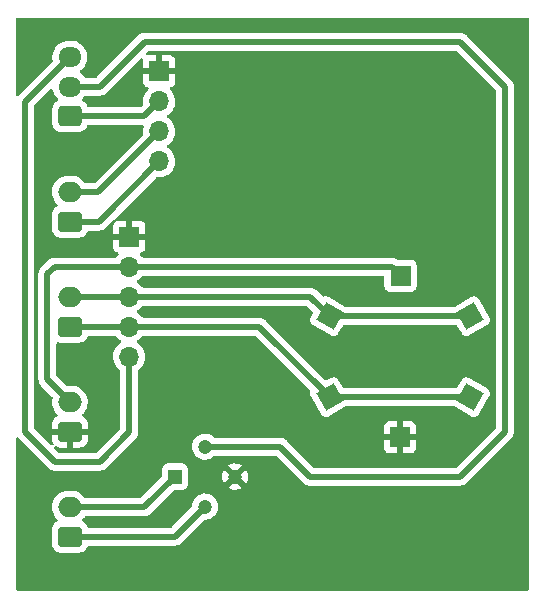
<source format=gbr>
%TF.GenerationSoftware,KiCad,Pcbnew,(6.0.6)*%
%TF.CreationDate,2023-03-15T14:04:20+01:00*%
%TF.ProjectId,Shield_D_port_,53686965-6c64-45f4-94e9-706f7274e92e,rev?*%
%TF.SameCoordinates,Original*%
%TF.FileFunction,Copper,L2,Bot*%
%TF.FilePolarity,Positive*%
%FSLAX46Y46*%
G04 Gerber Fmt 4.6, Leading zero omitted, Abs format (unit mm)*
G04 Created by KiCad (PCBNEW (6.0.6)) date 2023-03-15 14:04:20*
%MOMM*%
%LPD*%
G01*
G04 APERTURE LIST*
G04 Aperture macros list*
%AMRoundRect*
0 Rectangle with rounded corners*
0 $1 Rounding radius*
0 $2 $3 $4 $5 $6 $7 $8 $9 X,Y pos of 4 corners*
0 Add a 4 corners polygon primitive as box body*
4,1,4,$2,$3,$4,$5,$6,$7,$8,$9,$2,$3,0*
0 Add four circle primitives for the rounded corners*
1,1,$1+$1,$2,$3*
1,1,$1+$1,$4,$5*
1,1,$1+$1,$6,$7*
1,1,$1+$1,$8,$9*
0 Add four rect primitives between the rounded corners*
20,1,$1+$1,$2,$3,$4,$5,0*
20,1,$1+$1,$4,$5,$6,$7,0*
20,1,$1+$1,$6,$7,$8,$9,0*
20,1,$1+$1,$8,$9,$2,$3,0*%
%AMRotRect*
0 Rectangle, with rotation*
0 The origin of the aperture is its center*
0 $1 length*
0 $2 width*
0 $3 Rotation angle, in degrees counterclockwise*
0 Add horizontal line*
21,1,$1,$2,0,0,$3*%
G04 Aperture macros list end*
%TA.AperFunction,ComponentPad*%
%ADD10R,1.700000X1.700000*%
%TD*%
%TA.AperFunction,ComponentPad*%
%ADD11RotRect,1.700000X1.700000X60.000000*%
%TD*%
%TA.AperFunction,ComponentPad*%
%ADD12RotRect,1.700000X1.700000X30.000000*%
%TD*%
%TA.AperFunction,ComponentPad*%
%ADD13O,1.950000X1.700000*%
%TD*%
%TA.AperFunction,ComponentPad*%
%ADD14RoundRect,0.250000X0.725000X-0.600000X0.725000X0.600000X-0.725000X0.600000X-0.725000X-0.600000X0*%
%TD*%
%TA.AperFunction,ComponentPad*%
%ADD15O,1.700000X1.700000*%
%TD*%
%TA.AperFunction,ComponentPad*%
%ADD16R,1.198000X1.198000*%
%TD*%
%TA.AperFunction,ComponentPad*%
%ADD17C,1.198000*%
%TD*%
%TA.AperFunction,ComponentPad*%
%ADD18RoundRect,0.250000X0.750000X-0.600000X0.750000X0.600000X-0.750000X0.600000X-0.750000X-0.600000X0*%
%TD*%
%TA.AperFunction,ComponentPad*%
%ADD19O,2.000000X1.700000*%
%TD*%
%TA.AperFunction,Conductor*%
%ADD20C,0.500000*%
%TD*%
G04 APERTURE END LIST*
D10*
%TO.P,U3,1,VDD*%
%TO.N,+5V*%
X130810000Y-116052600D03*
%TO.P,U3,2,GND*%
%TO.N,GND*%
X130860800Y-102362000D03*
D11*
%TO.P,U3,3,SDA*%
%TO.N,I2C1_SDA*%
X136753600Y-112649000D03*
D12*
X124866400Y-112649000D03*
D11*
%TO.P,U3,4,SCL*%
%TO.N,I2C1_SCL*%
X124866400Y-105791000D03*
D12*
X136753600Y-105791000D03*
%TD*%
D13*
%TO.P,J3,3,Pin_3*%
%TO.N,Ack_UV*%
X102870000Y-83860000D03*
%TO.P,J3,2,Pin_2*%
%TO.N,GND_Sky_Temperature*%
X102870000Y-86360000D03*
D14*
%TO.P,J3,1,Pin_1*%
%TO.N,GND_Pluviom\u00E8tre*%
X102870000Y-88860000D03*
%TD*%
D10*
%TO.P,U2,1,VCC*%
%TO.N,+5V*%
X107890000Y-99060000D03*
D15*
%TO.P,U2,2,GND*%
%TO.N,GND*%
X107890000Y-101600000D03*
%TO.P,U2,3,SCL*%
%TO.N,I2C1_SCL*%
X107890000Y-104140000D03*
%TO.P,U2,4,SDA*%
%TO.N,I2C1_SDA*%
X107890000Y-106680000D03*
%TO.P,U2,5,ACK*%
%TO.N,Ack_UV*%
X107890000Y-109220000D03*
%TD*%
D10*
%TO.P,U1,1,VCC*%
%TO.N,+5V*%
X110430000Y-85060000D03*
D15*
%TO.P,U1,2,GND*%
%TO.N,GND_Pluviom\u00E8tre*%
X110430000Y-87600000D03*
%TO.P,U1,3,D0*%
%TO.N,Pluviom\u00E8tre_Trigger*%
X110430000Y-90140000D03*
%TO.P,U1,4,A0*%
%TO.N,Pluviom\u00E8tre_Mesure*%
X110430000Y-92680000D03*
%TD*%
D16*
%TO.P,M1,1,SCL/VZ*%
%TO.N,I2C2_SCL*%
X111760000Y-119380000D03*
D17*
%TO.P,M1,3,VDD*%
%TO.N,+5V*%
X116840000Y-119380000D03*
%TO.P,M1,4,VSS*%
%TO.N,GND_Sky_Temperature*%
X114300000Y-116840000D03*
%TO.P,M1,2,SDA/PWM*%
%TO.N,I2C2_SDA*%
X114300000Y-121920000D03*
%TD*%
D18*
%TO.P,J5,1,Pin_1*%
%TO.N,I2C2_SDA*%
X102870000Y-124460000D03*
D19*
%TO.P,J5,2,Pin_2*%
%TO.N,I2C2_SCL*%
X102870000Y-121960000D03*
%TD*%
D18*
%TO.P,J4,1,Pin_1*%
%TO.N,I2C1_SDA*%
X102870000Y-106680000D03*
D19*
%TO.P,J4,2,Pin_2*%
%TO.N,I2C1_SCL*%
X102870000Y-104180000D03*
%TD*%
D18*
%TO.P,J2,1,Pin_1*%
%TO.N,+5V*%
X102870000Y-115570000D03*
D19*
%TO.P,J2,2,Pin_2*%
%TO.N,GND*%
X102870000Y-113070000D03*
%TD*%
D18*
%TO.P,J1,1,Pin_1*%
%TO.N,Pluviom\u00E8tre_Mesure*%
X102870000Y-97790000D03*
D19*
%TO.P,J1,2,Pin_2*%
%TO.N,Pluviom\u00E8tre_Trigger*%
X102870000Y-95290000D03*
%TD*%
D20*
%TO.N,Ack_UV*%
X105410000Y-118110000D02*
X107890000Y-115630000D01*
X101600000Y-118110000D02*
X105410000Y-118110000D01*
X99060000Y-87670000D02*
X99060000Y-115570000D01*
X102870000Y-83860000D02*
X99060000Y-87670000D01*
X99060000Y-115570000D02*
X101600000Y-118110000D01*
X107890000Y-115630000D02*
X107890000Y-109220000D01*
%TO.N,GND*%
X101600000Y-101600000D02*
X107890000Y-101600000D01*
X100965000Y-111125000D02*
X100965000Y-102235000D01*
X102870000Y-113030000D02*
X100965000Y-111125000D01*
X102870000Y-113070000D02*
X102870000Y-113030000D01*
X100965000Y-102235000D02*
X101600000Y-101600000D01*
%TO.N,GND_Sky_Temperature*%
X120650000Y-116840000D02*
X114300000Y-116840000D01*
X123190000Y-119380000D02*
X120650000Y-116840000D01*
X135890000Y-119380000D02*
X123190000Y-119380000D01*
X139700000Y-115570000D02*
X135890000Y-119380000D01*
X139700000Y-86360000D02*
X139700000Y-115570000D01*
X135890000Y-82550000D02*
X139700000Y-86360000D01*
X109220000Y-82550000D02*
X135890000Y-82550000D01*
X105410000Y-86360000D02*
X109220000Y-82550000D01*
X102870000Y-86360000D02*
X105410000Y-86360000D01*
%TO.N,I2C1_SDA*%
X124866400Y-112649000D02*
X136753600Y-112649000D01*
X118897400Y-106680000D02*
X124866400Y-112649000D01*
X107890000Y-106680000D02*
X118897400Y-106680000D01*
%TO.N,I2C1_SCL*%
X124866400Y-105791000D02*
X136753600Y-105791000D01*
X123215400Y-104140000D02*
X124866400Y-105791000D01*
X107890000Y-104140000D02*
X123215400Y-104140000D01*
%TO.N,GND*%
X130098800Y-101600000D02*
X130860800Y-102362000D01*
X107890000Y-101600000D02*
X130098800Y-101600000D01*
%TO.N,I2C2_SDA*%
X111760000Y-124460000D02*
X114300000Y-121920000D01*
X102870000Y-124460000D02*
X111760000Y-124460000D01*
%TO.N,I2C2_SCL*%
X109180000Y-121960000D02*
X111760000Y-119380000D01*
X102870000Y-121960000D02*
X109180000Y-121960000D01*
%TO.N,I2C1_SDA*%
X102870000Y-106680000D02*
X107890000Y-106680000D01*
%TO.N,I2C1_SCL*%
X107850000Y-104180000D02*
X107890000Y-104140000D01*
X102870000Y-104180000D02*
X107850000Y-104180000D01*
%TO.N,Pluviom\u00E8tre_Mesure*%
X102870000Y-97790000D02*
X105320000Y-97790000D01*
X105320000Y-97790000D02*
X110430000Y-92680000D01*
%TO.N,Pluviom\u00E8tre_Trigger*%
X105280000Y-95290000D02*
X110430000Y-90140000D01*
X102870000Y-95290000D02*
X105280000Y-95290000D01*
%TO.N,GND_Pluviom\u00E8tre*%
X109170000Y-88860000D02*
X110430000Y-87600000D01*
X102870000Y-88860000D02*
X109170000Y-88860000D01*
%TD*%
%TA.AperFunction,Conductor*%
%TO.N,+5V*%
G36*
X141673621Y-80538502D02*
G01*
X141720114Y-80592158D01*
X141731500Y-80644500D01*
X141731500Y-128905500D01*
X141711498Y-128973621D01*
X141657842Y-129020114D01*
X141605500Y-129031500D01*
X98424500Y-129031500D01*
X98356379Y-129011498D01*
X98309886Y-128957842D01*
X98298500Y-128905500D01*
X98298500Y-121895774D01*
X101358102Y-121895774D01*
X101358302Y-121901103D01*
X101358302Y-121901105D01*
X101361197Y-121978210D01*
X101366751Y-122126158D01*
X101414093Y-122351791D01*
X101416051Y-122356750D01*
X101416052Y-122356752D01*
X101488636Y-122540544D01*
X101498776Y-122566221D01*
X101501543Y-122570780D01*
X101501544Y-122570783D01*
X101552255Y-122654351D01*
X101618377Y-122763317D01*
X101621874Y-122767347D01*
X101765852Y-122933267D01*
X101769477Y-122937445D01*
X101805120Y-122966670D01*
X101845114Y-123025329D01*
X101847046Y-123096299D01*
X101810302Y-123157048D01*
X101791532Y-123171248D01*
X101660579Y-123252285D01*
X101645652Y-123261522D01*
X101520695Y-123386697D01*
X101427885Y-123537262D01*
X101372203Y-123705139D01*
X101361500Y-123809600D01*
X101361500Y-125110400D01*
X101361837Y-125113646D01*
X101361837Y-125113650D01*
X101371288Y-125204733D01*
X101372474Y-125216166D01*
X101428450Y-125383946D01*
X101521522Y-125534348D01*
X101646697Y-125659305D01*
X101652927Y-125663145D01*
X101652928Y-125663146D01*
X101790090Y-125747694D01*
X101797262Y-125752115D01*
X101877005Y-125778564D01*
X101958611Y-125805632D01*
X101958613Y-125805632D01*
X101965139Y-125807797D01*
X101971975Y-125808497D01*
X101971978Y-125808498D01*
X102015031Y-125812909D01*
X102069600Y-125818500D01*
X103670400Y-125818500D01*
X103673646Y-125818163D01*
X103673650Y-125818163D01*
X103769308Y-125808238D01*
X103769312Y-125808237D01*
X103776166Y-125807526D01*
X103782702Y-125805345D01*
X103782704Y-125805345D01*
X103914806Y-125761272D01*
X103943946Y-125751550D01*
X104094348Y-125658478D01*
X104219305Y-125533303D01*
X104312115Y-125382738D01*
X104337955Y-125304833D01*
X104378386Y-125246473D01*
X104443950Y-125219236D01*
X104457548Y-125218500D01*
X111692930Y-125218500D01*
X111711880Y-125219933D01*
X111726115Y-125222099D01*
X111726119Y-125222099D01*
X111733349Y-125223199D01*
X111740641Y-125222606D01*
X111740644Y-125222606D01*
X111786018Y-125218915D01*
X111796233Y-125218500D01*
X111804293Y-125218500D01*
X111817583Y-125216951D01*
X111832507Y-125215211D01*
X111836882Y-125214778D01*
X111902339Y-125209454D01*
X111902342Y-125209453D01*
X111909637Y-125208860D01*
X111916601Y-125206604D01*
X111922560Y-125205413D01*
X111928415Y-125204029D01*
X111935681Y-125203182D01*
X112004327Y-125178265D01*
X112008455Y-125176848D01*
X112070936Y-125156607D01*
X112070938Y-125156606D01*
X112077899Y-125154351D01*
X112084154Y-125150555D01*
X112089628Y-125148049D01*
X112095058Y-125145330D01*
X112101937Y-125142833D01*
X112162976Y-125102814D01*
X112166680Y-125100477D01*
X112229107Y-125062595D01*
X112237484Y-125055197D01*
X112237508Y-125055224D01*
X112240500Y-125052571D01*
X112243733Y-125049868D01*
X112249852Y-125045856D01*
X112303128Y-124989617D01*
X112305506Y-124987175D01*
X114226627Y-123066054D01*
X114288939Y-123032028D01*
X114320669Y-123029246D01*
X114328334Y-123029547D01*
X114358210Y-123030721D01*
X114476476Y-123013573D01*
X114553926Y-123002344D01*
X114553930Y-123002343D01*
X114559648Y-123001514D01*
X114565120Y-122999656D01*
X114565122Y-122999656D01*
X114746927Y-122937941D01*
X114746929Y-122937940D01*
X114752391Y-122936086D01*
X114929983Y-122836630D01*
X115086476Y-122706476D01*
X115203125Y-122566221D01*
X115212939Y-122554421D01*
X115216630Y-122549983D01*
X115316086Y-122372391D01*
X115324851Y-122346572D01*
X115379656Y-122185122D01*
X115379656Y-122185120D01*
X115381514Y-122179648D01*
X115410721Y-121978210D01*
X115412245Y-121920000D01*
X115393620Y-121717309D01*
X115379496Y-121667227D01*
X115339939Y-121526971D01*
X115338370Y-121521407D01*
X115248345Y-121338854D01*
X115226567Y-121309689D01*
X115130012Y-121180387D01*
X115130011Y-121180386D01*
X115126559Y-121175763D01*
X114977092Y-121037597D01*
X114804949Y-120928982D01*
X114615895Y-120853558D01*
X114416261Y-120813848D01*
X114410486Y-120813772D01*
X114410482Y-120813772D01*
X114308924Y-120812443D01*
X114212734Y-120811184D01*
X114207037Y-120812163D01*
X114207036Y-120812163D01*
X114046431Y-120839760D01*
X114012130Y-120845654D01*
X113821166Y-120916104D01*
X113646239Y-121020175D01*
X113493206Y-121154381D01*
X113367193Y-121314228D01*
X113364502Y-121319344D01*
X113364500Y-121319346D01*
X113351511Y-121344035D01*
X113272420Y-121494362D01*
X113212060Y-121688751D01*
X113188136Y-121890885D01*
X113188514Y-121896647D01*
X113188604Y-121898021D01*
X113188461Y-121898658D01*
X113188363Y-121902421D01*
X113187624Y-121902402D01*
X113173097Y-121967303D01*
X113151968Y-121995351D01*
X111482724Y-123664595D01*
X111420412Y-123698621D01*
X111393629Y-123701500D01*
X104457538Y-123701500D01*
X104389417Y-123681498D01*
X104342924Y-123627842D01*
X104338014Y-123615376D01*
X104313868Y-123543002D01*
X104311550Y-123536054D01*
X104218478Y-123385652D01*
X104093303Y-123260695D01*
X103947660Y-123170919D01*
X103900168Y-123118148D01*
X103888744Y-123048076D01*
X103917018Y-122982952D01*
X103926805Y-122972490D01*
X104037278Y-122867103D01*
X104041135Y-122863424D01*
X104111176Y-122769287D01*
X104167885Y-122726574D01*
X104212264Y-122718500D01*
X109112930Y-122718500D01*
X109131880Y-122719933D01*
X109146115Y-122722099D01*
X109146119Y-122722099D01*
X109153349Y-122723199D01*
X109160641Y-122722606D01*
X109160644Y-122722606D01*
X109206018Y-122718915D01*
X109216233Y-122718500D01*
X109224293Y-122718500D01*
X109237583Y-122716951D01*
X109252507Y-122715211D01*
X109256882Y-122714778D01*
X109322339Y-122709454D01*
X109322342Y-122709453D01*
X109329637Y-122708860D01*
X109336601Y-122706604D01*
X109342560Y-122705413D01*
X109348415Y-122704029D01*
X109355681Y-122703182D01*
X109424327Y-122678265D01*
X109428455Y-122676848D01*
X109490936Y-122656607D01*
X109490938Y-122656606D01*
X109497899Y-122654351D01*
X109504154Y-122650555D01*
X109509628Y-122648049D01*
X109515058Y-122645330D01*
X109521937Y-122642833D01*
X109582976Y-122602814D01*
X109586680Y-122600477D01*
X109649107Y-122562595D01*
X109657484Y-122555197D01*
X109657508Y-122555224D01*
X109660500Y-122552571D01*
X109663733Y-122549868D01*
X109669852Y-122545856D01*
X109723128Y-122489617D01*
X109725506Y-122487175D01*
X111688276Y-120524405D01*
X111750588Y-120490379D01*
X111777371Y-120487500D01*
X112407134Y-120487500D01*
X112469316Y-120480745D01*
X112605705Y-120429615D01*
X112722261Y-120342261D01*
X112738515Y-120320573D01*
X116263787Y-120320573D01*
X116273669Y-120333062D01*
X116304722Y-120353810D01*
X116314830Y-120359298D01*
X116491150Y-120435051D01*
X116502083Y-120438603D01*
X116689254Y-120480956D01*
X116700662Y-120482458D01*
X116892415Y-120489991D01*
X116903899Y-120489389D01*
X117093817Y-120461853D01*
X117105000Y-120459168D01*
X117286718Y-120397483D01*
X117297221Y-120392807D01*
X117407297Y-120331162D01*
X117417160Y-120321087D01*
X117414204Y-120313415D01*
X116852811Y-119752021D01*
X116838868Y-119744408D01*
X116837034Y-119744539D01*
X116830420Y-119748790D01*
X116269980Y-120309231D01*
X116263787Y-120320573D01*
X112738515Y-120320573D01*
X112809615Y-120225705D01*
X112860745Y-120089316D01*
X112867500Y-120027134D01*
X112867500Y-119356664D01*
X115729017Y-119356664D01*
X115741567Y-119548148D01*
X115743367Y-119559516D01*
X115790605Y-119745512D01*
X115794443Y-119756350D01*
X115874785Y-119930626D01*
X115880536Y-119940587D01*
X115886505Y-119949034D01*
X115897095Y-119957422D01*
X115910394Y-119950395D01*
X116467979Y-119392811D01*
X116474356Y-119381132D01*
X117204408Y-119381132D01*
X117204539Y-119382965D01*
X117208790Y-119389580D01*
X117769504Y-119950293D01*
X117781879Y-119957050D01*
X117788459Y-119952124D01*
X117852807Y-119837221D01*
X117857483Y-119826718D01*
X117919168Y-119645000D01*
X117921853Y-119633817D01*
X117949685Y-119441858D01*
X117950315Y-119434475D01*
X117951645Y-119383704D01*
X117951402Y-119376305D01*
X117933655Y-119183158D01*
X117931557Y-119171837D01*
X117879470Y-118987152D01*
X117875345Y-118976405D01*
X117791370Y-118806121D01*
X117784152Y-118800704D01*
X117771735Y-118807475D01*
X117212022Y-119367188D01*
X117204408Y-119381132D01*
X116474356Y-119381132D01*
X116475592Y-119378868D01*
X116475461Y-119377034D01*
X116471210Y-119370420D01*
X115909279Y-118808490D01*
X115896904Y-118801733D01*
X115890938Y-118806199D01*
X115815576Y-118949438D01*
X115811171Y-118960073D01*
X115754265Y-119143339D01*
X115751873Y-119154593D01*
X115729318Y-119345163D01*
X115729017Y-119356664D01*
X112867500Y-119356664D01*
X112867500Y-118732866D01*
X112860745Y-118670684D01*
X112809615Y-118534295D01*
X112738499Y-118439405D01*
X116263518Y-118439405D01*
X116267005Y-118447794D01*
X116827189Y-119007979D01*
X116841132Y-119015592D01*
X116842966Y-119015461D01*
X116849580Y-119011210D01*
X117409559Y-118451230D01*
X117416316Y-118438855D01*
X117410286Y-118430799D01*
X117349604Y-118392512D01*
X117339356Y-118387291D01*
X117161120Y-118316182D01*
X117150084Y-118312913D01*
X116961875Y-118275475D01*
X116950430Y-118274272D01*
X116758556Y-118271761D01*
X116747076Y-118272664D01*
X116557957Y-118305161D01*
X116546837Y-118308141D01*
X116366799Y-118374560D01*
X116356421Y-118379510D01*
X116273116Y-118429072D01*
X116263518Y-118439405D01*
X112738499Y-118439405D01*
X112722261Y-118417739D01*
X112605705Y-118330385D01*
X112469316Y-118279255D01*
X112407134Y-118272500D01*
X111112866Y-118272500D01*
X111050684Y-118279255D01*
X110914295Y-118330385D01*
X110797739Y-118417739D01*
X110710385Y-118534295D01*
X110659255Y-118670684D01*
X110652500Y-118732866D01*
X110652500Y-119362629D01*
X110632498Y-119430750D01*
X110615595Y-119451724D01*
X108902724Y-121164595D01*
X108840412Y-121198621D01*
X108813629Y-121201500D01*
X104217808Y-121201500D01*
X104149687Y-121181498D01*
X104122529Y-121155897D01*
X104121623Y-121156683D01*
X103974023Y-120986588D01*
X103974021Y-120986586D01*
X103970523Y-120982555D01*
X103902576Y-120926842D01*
X103796373Y-120839760D01*
X103796367Y-120839756D01*
X103792245Y-120836376D01*
X103787609Y-120833737D01*
X103787606Y-120833735D01*
X103596529Y-120724968D01*
X103591886Y-120722325D01*
X103375175Y-120643663D01*
X103369926Y-120642714D01*
X103369923Y-120642713D01*
X103152392Y-120603377D01*
X103152385Y-120603376D01*
X103148308Y-120602639D01*
X103130586Y-120601803D01*
X103125644Y-120601570D01*
X103125637Y-120601570D01*
X103124156Y-120601500D01*
X102662110Y-120601500D01*
X102595191Y-120607178D01*
X102495591Y-120615629D01*
X102495587Y-120615630D01*
X102490280Y-120616080D01*
X102485125Y-120617418D01*
X102485119Y-120617419D01*
X102272297Y-120672657D01*
X102272293Y-120672658D01*
X102267128Y-120673999D01*
X102262262Y-120676191D01*
X102262259Y-120676192D01*
X102153980Y-120724968D01*
X102056925Y-120768688D01*
X101865681Y-120897441D01*
X101861824Y-120901120D01*
X101861822Y-120901122D01*
X101829386Y-120932065D01*
X101698865Y-121056576D01*
X101561246Y-121241542D01*
X101558830Y-121246293D01*
X101558828Y-121246297D01*
X101521688Y-121319346D01*
X101456760Y-121447051D01*
X101455178Y-121452145D01*
X101455177Y-121452148D01*
X101431944Y-121526971D01*
X101388393Y-121667227D01*
X101358102Y-121895774D01*
X98298500Y-121895774D01*
X98298500Y-116186384D01*
X98318502Y-116118263D01*
X98372158Y-116071770D01*
X98442432Y-116061666D01*
X98511154Y-116094912D01*
X98525111Y-116108134D01*
X98530384Y-116113129D01*
X98532825Y-116115506D01*
X101016230Y-118598911D01*
X101028616Y-118613323D01*
X101037149Y-118624918D01*
X101037154Y-118624923D01*
X101041492Y-118630818D01*
X101047070Y-118635557D01*
X101047073Y-118635560D01*
X101081768Y-118665035D01*
X101089284Y-118671965D01*
X101094979Y-118677660D01*
X101097861Y-118679940D01*
X101117251Y-118695281D01*
X101120655Y-118698072D01*
X101170703Y-118740591D01*
X101176285Y-118745333D01*
X101182801Y-118748661D01*
X101187838Y-118752020D01*
X101192977Y-118755194D01*
X101198716Y-118759734D01*
X101205349Y-118762834D01*
X101264837Y-118790636D01*
X101268791Y-118792569D01*
X101333808Y-118825769D01*
X101340924Y-118827510D01*
X101346554Y-118829604D01*
X101352321Y-118831523D01*
X101358950Y-118834621D01*
X101366110Y-118836110D01*
X101366112Y-118836111D01*
X101430396Y-118849482D01*
X101434680Y-118850452D01*
X101505610Y-118867808D01*
X101511212Y-118868156D01*
X101511215Y-118868156D01*
X101516764Y-118868500D01*
X101516762Y-118868536D01*
X101520752Y-118868775D01*
X101524950Y-118869150D01*
X101532115Y-118870640D01*
X101609520Y-118868546D01*
X101612928Y-118868500D01*
X105342930Y-118868500D01*
X105361880Y-118869933D01*
X105376115Y-118872099D01*
X105376119Y-118872099D01*
X105383349Y-118873199D01*
X105390641Y-118872606D01*
X105390644Y-118872606D01*
X105436018Y-118868915D01*
X105446233Y-118868500D01*
X105454293Y-118868500D01*
X105471680Y-118866473D01*
X105482507Y-118865211D01*
X105486882Y-118864778D01*
X105552339Y-118859454D01*
X105552342Y-118859453D01*
X105559637Y-118858860D01*
X105566601Y-118856604D01*
X105572560Y-118855413D01*
X105578415Y-118854029D01*
X105585681Y-118853182D01*
X105654327Y-118828265D01*
X105658455Y-118826848D01*
X105720936Y-118806607D01*
X105720938Y-118806606D01*
X105727899Y-118804351D01*
X105734154Y-118800555D01*
X105739628Y-118798049D01*
X105745058Y-118795330D01*
X105751937Y-118792833D01*
X105812976Y-118752814D01*
X105816680Y-118750477D01*
X105879107Y-118712595D01*
X105887484Y-118705197D01*
X105887508Y-118705224D01*
X105890500Y-118702571D01*
X105893733Y-118699868D01*
X105899852Y-118695856D01*
X105953128Y-118639617D01*
X105955506Y-118637175D01*
X108378911Y-116213770D01*
X108393323Y-116201384D01*
X108404918Y-116192851D01*
X108404923Y-116192846D01*
X108410818Y-116188508D01*
X108415557Y-116182930D01*
X108415560Y-116182927D01*
X108445035Y-116148232D01*
X108451965Y-116140716D01*
X108457661Y-116135020D01*
X108459924Y-116132159D01*
X108459929Y-116132154D01*
X108475285Y-116112744D01*
X108478074Y-116109342D01*
X108520596Y-116059291D01*
X108520597Y-116059290D01*
X108525333Y-116053715D01*
X108528661Y-116047198D01*
X108532027Y-116042150D01*
X108535190Y-116037028D01*
X108539735Y-116031284D01*
X108570664Y-115965105D01*
X108572563Y-115961221D01*
X108605769Y-115896192D01*
X108607510Y-115889077D01*
X108609613Y-115883422D01*
X108611522Y-115877683D01*
X108614622Y-115871050D01*
X108629491Y-115799565D01*
X108630461Y-115795282D01*
X108630744Y-115794125D01*
X108647808Y-115724390D01*
X108648500Y-115713236D01*
X108648535Y-115713238D01*
X108648775Y-115709266D01*
X108649152Y-115705045D01*
X108650641Y-115697885D01*
X108648546Y-115620458D01*
X108648500Y-115617050D01*
X108648500Y-110412632D01*
X108668502Y-110344511D01*
X108701331Y-110310054D01*
X108769860Y-110261173D01*
X108928096Y-110103489D01*
X108987594Y-110020689D01*
X109055435Y-109926277D01*
X109058453Y-109922077D01*
X109157430Y-109721811D01*
X109222370Y-109508069D01*
X109251529Y-109286590D01*
X109253156Y-109220000D01*
X109234852Y-108997361D01*
X109180431Y-108780702D01*
X109091354Y-108575840D01*
X108970014Y-108388277D01*
X108819670Y-108223051D01*
X108815619Y-108219852D01*
X108815615Y-108219848D01*
X108648414Y-108087800D01*
X108648410Y-108087798D01*
X108644359Y-108084598D01*
X108603053Y-108061796D01*
X108553084Y-108011364D01*
X108538312Y-107941921D01*
X108563428Y-107875516D01*
X108590780Y-107848909D01*
X108634603Y-107817650D01*
X108769860Y-107721173D01*
X108928096Y-107563489D01*
X108980203Y-107490974D01*
X109036198Y-107447326D01*
X109082526Y-107438500D01*
X118531029Y-107438500D01*
X118599150Y-107458502D01*
X118620124Y-107475405D01*
X123190894Y-112046175D01*
X123224920Y-112108487D01*
X123217654Y-112184804D01*
X123209055Y-112204916D01*
X123191682Y-112349533D01*
X123193156Y-112358389D01*
X123193156Y-112358391D01*
X123210697Y-112463779D01*
X123215596Y-112493214D01*
X123240837Y-112550443D01*
X124138971Y-114106057D01*
X124175912Y-114156531D01*
X124182015Y-114161553D01*
X124182017Y-114161555D01*
X124220990Y-114193624D01*
X124288387Y-114249082D01*
X124296638Y-114252610D01*
X124296640Y-114252611D01*
X124347983Y-114274563D01*
X124422316Y-114306345D01*
X124431225Y-114307415D01*
X124431228Y-114307416D01*
X124522678Y-114318402D01*
X124566933Y-114323718D01*
X124575789Y-114322244D01*
X124575791Y-114322244D01*
X124702824Y-114301101D01*
X124702827Y-114301100D01*
X124710614Y-114299804D01*
X124767843Y-114274563D01*
X126240401Y-113424381D01*
X126303401Y-113407500D01*
X135316599Y-113407500D01*
X135379599Y-113424381D01*
X136852157Y-114274563D01*
X136909386Y-114299804D01*
X136917173Y-114301100D01*
X136917176Y-114301101D01*
X137044209Y-114322244D01*
X137044211Y-114322244D01*
X137053067Y-114323718D01*
X137097322Y-114318402D01*
X137188772Y-114307416D01*
X137188775Y-114307415D01*
X137197684Y-114306345D01*
X137272017Y-114274563D01*
X137323360Y-114252611D01*
X137323362Y-114252610D01*
X137331613Y-114249082D01*
X137399010Y-114193624D01*
X137437983Y-114161555D01*
X137437985Y-114161553D01*
X137444088Y-114156531D01*
X137481029Y-114106057D01*
X138379163Y-112550443D01*
X138404404Y-112493214D01*
X138409304Y-112463779D01*
X138426844Y-112358391D01*
X138426844Y-112358389D01*
X138428318Y-112349533D01*
X138410945Y-112204916D01*
X138369716Y-112108487D01*
X138357211Y-112079240D01*
X138357210Y-112079238D01*
X138353682Y-112070987D01*
X138261131Y-111958512D01*
X138210657Y-111921571D01*
X136655043Y-111023437D01*
X136597814Y-110998196D01*
X136590027Y-110996900D01*
X136590024Y-110996899D01*
X136462991Y-110975756D01*
X136462989Y-110975756D01*
X136454133Y-110974282D01*
X136409878Y-110979598D01*
X136318428Y-110990584D01*
X136318425Y-110990585D01*
X136309516Y-110991655D01*
X136294218Y-110998196D01*
X136183840Y-111045389D01*
X136183838Y-111045390D01*
X136175587Y-111048918D01*
X136168653Y-111054623D01*
X136168654Y-111054623D01*
X136069217Y-111136445D01*
X136069215Y-111136447D01*
X136063112Y-111141469D01*
X136026171Y-111191943D01*
X135749884Y-111670487D01*
X135659232Y-111827500D01*
X135607850Y-111876493D01*
X135550113Y-111890500D01*
X126069887Y-111890500D01*
X126001766Y-111870498D01*
X125960768Y-111827500D01*
X125870116Y-111670487D01*
X125593829Y-111191943D01*
X125556888Y-111141469D01*
X125550785Y-111136447D01*
X125550783Y-111136445D01*
X125451346Y-111054623D01*
X125451347Y-111054623D01*
X125444413Y-111048918D01*
X125436162Y-111045390D01*
X125436160Y-111045389D01*
X125325782Y-110998196D01*
X125310484Y-110991655D01*
X125301575Y-110990585D01*
X125301572Y-110990584D01*
X125210122Y-110979598D01*
X125165867Y-110974282D01*
X125157011Y-110975756D01*
X125157009Y-110975756D01*
X125029976Y-110996899D01*
X125029973Y-110996900D01*
X125022186Y-110998196D01*
X124964957Y-111023437D01*
X124635690Y-111213539D01*
X124566696Y-111230277D01*
X124499604Y-111207057D01*
X124483596Y-111193515D01*
X119481170Y-106191089D01*
X119468784Y-106176677D01*
X119460251Y-106165082D01*
X119460246Y-106165077D01*
X119455908Y-106159182D01*
X119450330Y-106154443D01*
X119450327Y-106154440D01*
X119415632Y-106124965D01*
X119408116Y-106118035D01*
X119402421Y-106112340D01*
X119386041Y-106099381D01*
X119380149Y-106094719D01*
X119376745Y-106091928D01*
X119326697Y-106049409D01*
X119326695Y-106049408D01*
X119321115Y-106044667D01*
X119314599Y-106041339D01*
X119309550Y-106037972D01*
X119304421Y-106034805D01*
X119298684Y-106030266D01*
X119232525Y-105999345D01*
X119228625Y-105997439D01*
X119163592Y-105964231D01*
X119156484Y-105962492D01*
X119150841Y-105960393D01*
X119145078Y-105958476D01*
X119138450Y-105955378D01*
X119066983Y-105940513D01*
X119062699Y-105939543D01*
X118991790Y-105922192D01*
X118986188Y-105921844D01*
X118986185Y-105921844D01*
X118980636Y-105921500D01*
X118980638Y-105921464D01*
X118976645Y-105921225D01*
X118972453Y-105920851D01*
X118965285Y-105919360D01*
X118899075Y-105921151D01*
X118887879Y-105921454D01*
X118884472Y-105921500D01*
X109085939Y-105921500D01*
X109017818Y-105901498D01*
X108980147Y-105863941D01*
X108972818Y-105852612D01*
X108970014Y-105848277D01*
X108819670Y-105683051D01*
X108815619Y-105679852D01*
X108815615Y-105679848D01*
X108648414Y-105547800D01*
X108648410Y-105547798D01*
X108644359Y-105544598D01*
X108603053Y-105521796D01*
X108553084Y-105471364D01*
X108538312Y-105401921D01*
X108563428Y-105335516D01*
X108590780Y-105308909D01*
X108648026Y-105268076D01*
X108769860Y-105181173D01*
X108928096Y-105023489D01*
X108952673Y-104989287D01*
X108980203Y-104950974D01*
X109036198Y-104907326D01*
X109082526Y-104898500D01*
X122849029Y-104898500D01*
X122917150Y-104918502D01*
X122938124Y-104935405D01*
X123410915Y-105408196D01*
X123444941Y-105470508D01*
X123439876Y-105541323D01*
X123430941Y-105560287D01*
X123240837Y-105889557D01*
X123215596Y-105946786D01*
X123214300Y-105954573D01*
X123214299Y-105954576D01*
X123193156Y-106081609D01*
X123191682Y-106090467D01*
X123194994Y-106118035D01*
X123202960Y-106184345D01*
X123209055Y-106235084D01*
X123266318Y-106369013D01*
X123358869Y-106481488D01*
X123409343Y-106518429D01*
X124964957Y-107416563D01*
X125022186Y-107441804D01*
X125029973Y-107443100D01*
X125029976Y-107443101D01*
X125157009Y-107464244D01*
X125157011Y-107464244D01*
X125165867Y-107465718D01*
X125225935Y-107458502D01*
X125301572Y-107449416D01*
X125301575Y-107449415D01*
X125310484Y-107448345D01*
X125384817Y-107416563D01*
X125436160Y-107394611D01*
X125436162Y-107394610D01*
X125444413Y-107391082D01*
X125472662Y-107367837D01*
X125550783Y-107303555D01*
X125550785Y-107303553D01*
X125556888Y-107298531D01*
X125593829Y-107248057D01*
X125960768Y-106612500D01*
X126012150Y-106563507D01*
X126069887Y-106549500D01*
X135550113Y-106549500D01*
X135618234Y-106569502D01*
X135659232Y-106612500D01*
X136026171Y-107248057D01*
X136063112Y-107298531D01*
X136069215Y-107303553D01*
X136069217Y-107303555D01*
X136147338Y-107367837D01*
X136175587Y-107391082D01*
X136183838Y-107394610D01*
X136183840Y-107394611D01*
X136235183Y-107416563D01*
X136309516Y-107448345D01*
X136318425Y-107449415D01*
X136318428Y-107449416D01*
X136394065Y-107458502D01*
X136454133Y-107465718D01*
X136462989Y-107464244D01*
X136462991Y-107464244D01*
X136590024Y-107443101D01*
X136590027Y-107443100D01*
X136597814Y-107441804D01*
X136655043Y-107416563D01*
X138210657Y-106518429D01*
X138261131Y-106481488D01*
X138353682Y-106369013D01*
X138410945Y-106235084D01*
X138417041Y-106184345D01*
X138425006Y-106118035D01*
X138428318Y-106090467D01*
X138426844Y-106081609D01*
X138405701Y-105954576D01*
X138405700Y-105954573D01*
X138404404Y-105946786D01*
X138379163Y-105889557D01*
X137481029Y-104333943D01*
X137444088Y-104283469D01*
X137437985Y-104278447D01*
X137437983Y-104278445D01*
X137338546Y-104196623D01*
X137338547Y-104196623D01*
X137331613Y-104190918D01*
X137323362Y-104187390D01*
X137323360Y-104187389D01*
X137220436Y-104143383D01*
X137197684Y-104133655D01*
X137188775Y-104132585D01*
X137188772Y-104132584D01*
X137097322Y-104121598D01*
X137053067Y-104116282D01*
X137044211Y-104117756D01*
X137044209Y-104117756D01*
X136917176Y-104138899D01*
X136917173Y-104138900D01*
X136909386Y-104140196D01*
X136852157Y-104165437D01*
X135437825Y-104982002D01*
X135379599Y-105015619D01*
X135316599Y-105032500D01*
X126303401Y-105032500D01*
X126240401Y-105015619D01*
X126182175Y-104982002D01*
X124767843Y-104165437D01*
X124710614Y-104140196D01*
X124702827Y-104138900D01*
X124702824Y-104138899D01*
X124575791Y-104117756D01*
X124575789Y-104117756D01*
X124566933Y-104116282D01*
X124494624Y-104124969D01*
X124431230Y-104132584D01*
X124431229Y-104132584D01*
X124422316Y-104133655D01*
X124402814Y-104141993D01*
X124402204Y-104142254D01*
X124331705Y-104150643D01*
X124263575Y-104115494D01*
X123799170Y-103651089D01*
X123786784Y-103636677D01*
X123778251Y-103625082D01*
X123778246Y-103625077D01*
X123773908Y-103619182D01*
X123768330Y-103614443D01*
X123768327Y-103614440D01*
X123733632Y-103584965D01*
X123726116Y-103578035D01*
X123720421Y-103572340D01*
X123714280Y-103567482D01*
X123698149Y-103554719D01*
X123694745Y-103551928D01*
X123644697Y-103509409D01*
X123644695Y-103509408D01*
X123639115Y-103504667D01*
X123632599Y-103501339D01*
X123627550Y-103497972D01*
X123622421Y-103494805D01*
X123616684Y-103490266D01*
X123550525Y-103459345D01*
X123546625Y-103457439D01*
X123481592Y-103424231D01*
X123474484Y-103422492D01*
X123468841Y-103420393D01*
X123463078Y-103418476D01*
X123456450Y-103415378D01*
X123437840Y-103411507D01*
X123384988Y-103400514D01*
X123380699Y-103399543D01*
X123309790Y-103382192D01*
X123304188Y-103381844D01*
X123304185Y-103381844D01*
X123298636Y-103381500D01*
X123298638Y-103381464D01*
X123294645Y-103381225D01*
X123290453Y-103380851D01*
X123283285Y-103379360D01*
X123217075Y-103381151D01*
X123205879Y-103381454D01*
X123202472Y-103381500D01*
X109085939Y-103381500D01*
X109017818Y-103361498D01*
X108980147Y-103323941D01*
X108972818Y-103312612D01*
X108970014Y-103308277D01*
X108819670Y-103143051D01*
X108815619Y-103139852D01*
X108815615Y-103139848D01*
X108648414Y-103007800D01*
X108648410Y-103007798D01*
X108644359Y-103004598D01*
X108603053Y-102981796D01*
X108553084Y-102931364D01*
X108538312Y-102861921D01*
X108563428Y-102795516D01*
X108590780Y-102768909D01*
X108634603Y-102737650D01*
X108769860Y-102641173D01*
X108928096Y-102483489D01*
X108980203Y-102410974D01*
X109036198Y-102367326D01*
X109082526Y-102358500D01*
X129376300Y-102358500D01*
X129444421Y-102378502D01*
X129490914Y-102432158D01*
X129502300Y-102484500D01*
X129502300Y-103260134D01*
X129509055Y-103322316D01*
X129560185Y-103458705D01*
X129647539Y-103575261D01*
X129764095Y-103662615D01*
X129900484Y-103713745D01*
X129962666Y-103720500D01*
X131758934Y-103720500D01*
X131821116Y-103713745D01*
X131957505Y-103662615D01*
X132074061Y-103575261D01*
X132161415Y-103458705D01*
X132212545Y-103322316D01*
X132219300Y-103260134D01*
X132219300Y-101463866D01*
X132212545Y-101401684D01*
X132161415Y-101265295D01*
X132074061Y-101148739D01*
X131957505Y-101061385D01*
X131821116Y-101010255D01*
X131758934Y-101003500D01*
X130614521Y-101003500D01*
X130546400Y-100983498D01*
X130532939Y-100973523D01*
X130528093Y-100969406D01*
X130528094Y-100969406D01*
X130522515Y-100964667D01*
X130515999Y-100961340D01*
X130510950Y-100957972D01*
X130505821Y-100954805D01*
X130500084Y-100950266D01*
X130433925Y-100919345D01*
X130430025Y-100917439D01*
X130364992Y-100884231D01*
X130357884Y-100882492D01*
X130352241Y-100880393D01*
X130346478Y-100878476D01*
X130339850Y-100875378D01*
X130268383Y-100860513D01*
X130264099Y-100859543D01*
X130193190Y-100842192D01*
X130187588Y-100841844D01*
X130187585Y-100841844D01*
X130182036Y-100841500D01*
X130182038Y-100841464D01*
X130178045Y-100841225D01*
X130173853Y-100840851D01*
X130166685Y-100839360D01*
X130102920Y-100841085D01*
X130089279Y-100841454D01*
X130085872Y-100841500D01*
X109085939Y-100841500D01*
X109017818Y-100821498D01*
X108980147Y-100783941D01*
X108972818Y-100772612D01*
X108970014Y-100768277D01*
X108966540Y-100764459D01*
X108966533Y-100764450D01*
X108822435Y-100606088D01*
X108791383Y-100542242D01*
X108799779Y-100471744D01*
X108844956Y-100416976D01*
X108871400Y-100403307D01*
X108978052Y-100363325D01*
X108993649Y-100354786D01*
X109095724Y-100278285D01*
X109108285Y-100265724D01*
X109184786Y-100163649D01*
X109193324Y-100148054D01*
X109238478Y-100027606D01*
X109242105Y-100012351D01*
X109247631Y-99961486D01*
X109248000Y-99954672D01*
X109248000Y-99332115D01*
X109243525Y-99316876D01*
X109242135Y-99315671D01*
X109234452Y-99314000D01*
X106550116Y-99314000D01*
X106534877Y-99318475D01*
X106533672Y-99319865D01*
X106532001Y-99327548D01*
X106532001Y-99954669D01*
X106532371Y-99961490D01*
X106537895Y-100012352D01*
X106541521Y-100027604D01*
X106586676Y-100148054D01*
X106595214Y-100163649D01*
X106671715Y-100265724D01*
X106684276Y-100278285D01*
X106786351Y-100354786D01*
X106801946Y-100363324D01*
X106910827Y-100404142D01*
X106967591Y-100446784D01*
X106992291Y-100513345D01*
X106977083Y-100582694D01*
X106957691Y-100609175D01*
X106834200Y-100738401D01*
X106830629Y-100742138D01*
X106800363Y-100786507D01*
X106745455Y-100831507D01*
X106696277Y-100841500D01*
X101667070Y-100841500D01*
X101648120Y-100840067D01*
X101633885Y-100837901D01*
X101633881Y-100837901D01*
X101626651Y-100836801D01*
X101619359Y-100837394D01*
X101619356Y-100837394D01*
X101573982Y-100841085D01*
X101563767Y-100841500D01*
X101555707Y-100841500D01*
X101552073Y-100841924D01*
X101552067Y-100841924D01*
X101539042Y-100843443D01*
X101527480Y-100844791D01*
X101523132Y-100845221D01*
X101501059Y-100847016D01*
X101457662Y-100850546D01*
X101457659Y-100850547D01*
X101450364Y-100851140D01*
X101443400Y-100853396D01*
X101437461Y-100854583D01*
X101431590Y-100855970D01*
X101424319Y-100856818D01*
X101417443Y-100859314D01*
X101417434Y-100859316D01*
X101355702Y-100881725D01*
X101351598Y-100883135D01*
X101282101Y-100905648D01*
X101275846Y-100909444D01*
X101270387Y-100911943D01*
X101264939Y-100914671D01*
X101258063Y-100917167D01*
X101197010Y-100957195D01*
X101193337Y-100959513D01*
X101130893Y-100997405D01*
X101122517Y-101004802D01*
X101122493Y-101004775D01*
X101119499Y-101007430D01*
X101116268Y-101010132D01*
X101110148Y-101014144D01*
X101105116Y-101019456D01*
X101056872Y-101070383D01*
X101054494Y-101072825D01*
X100476089Y-101651230D01*
X100461677Y-101663616D01*
X100450082Y-101672149D01*
X100450077Y-101672154D01*
X100444182Y-101676492D01*
X100439443Y-101682070D01*
X100439440Y-101682073D01*
X100409965Y-101716768D01*
X100403035Y-101724284D01*
X100397340Y-101729979D01*
X100395060Y-101732861D01*
X100379719Y-101752251D01*
X100376928Y-101755655D01*
X100334409Y-101805703D01*
X100329667Y-101811285D01*
X100326339Y-101817801D01*
X100322972Y-101822850D01*
X100319805Y-101827979D01*
X100315266Y-101833716D01*
X100284345Y-101899875D01*
X100282442Y-101903769D01*
X100249231Y-101968808D01*
X100247492Y-101975916D01*
X100245393Y-101981559D01*
X100243476Y-101987322D01*
X100240378Y-101993950D01*
X100238888Y-102001112D01*
X100238888Y-102001113D01*
X100225514Y-102065412D01*
X100224544Y-102069696D01*
X100207192Y-102140610D01*
X100206500Y-102151764D01*
X100206464Y-102151762D01*
X100206225Y-102155755D01*
X100205851Y-102159947D01*
X100204360Y-102167115D01*
X100204558Y-102174432D01*
X100206454Y-102244521D01*
X100206500Y-102247928D01*
X100206500Y-111057930D01*
X100205067Y-111076880D01*
X100201801Y-111098349D01*
X100202394Y-111105641D01*
X100202394Y-111105644D01*
X100206085Y-111151018D01*
X100206500Y-111161233D01*
X100206500Y-111169293D01*
X100206925Y-111172937D01*
X100209789Y-111197507D01*
X100210222Y-111201882D01*
X100216140Y-111274637D01*
X100218396Y-111281601D01*
X100219587Y-111287560D01*
X100220971Y-111293415D01*
X100221818Y-111300681D01*
X100246735Y-111369327D01*
X100248152Y-111373455D01*
X100270649Y-111442899D01*
X100274445Y-111449154D01*
X100276951Y-111454628D01*
X100279670Y-111460058D01*
X100282167Y-111466937D01*
X100286180Y-111473057D01*
X100286180Y-111473058D01*
X100322186Y-111527976D01*
X100324523Y-111531680D01*
X100362405Y-111594107D01*
X100366121Y-111598315D01*
X100366122Y-111598316D01*
X100369803Y-111602484D01*
X100369776Y-111602508D01*
X100372428Y-111605499D01*
X100375132Y-111608733D01*
X100379144Y-111614852D01*
X100384457Y-111619885D01*
X100435365Y-111668111D01*
X100437770Y-111670451D01*
X101371594Y-112604274D01*
X101405618Y-112666585D01*
X101402830Y-112730733D01*
X101388393Y-112777227D01*
X101387692Y-112782516D01*
X101372304Y-112898623D01*
X101358102Y-113005774D01*
X101366751Y-113236158D01*
X101414093Y-113461791D01*
X101498776Y-113676221D01*
X101618377Y-113873317D01*
X101621874Y-113877347D01*
X101708438Y-113977103D01*
X101769477Y-114047445D01*
X101773608Y-114050832D01*
X101805529Y-114077006D01*
X101845524Y-114135666D01*
X101847455Y-114206636D01*
X101810710Y-114267384D01*
X101791941Y-114281584D01*
X101652193Y-114368063D01*
X101640792Y-114377099D01*
X101526261Y-114491829D01*
X101517249Y-114503240D01*
X101432184Y-114641243D01*
X101426037Y-114654424D01*
X101374862Y-114808710D01*
X101371995Y-114822086D01*
X101362328Y-114916438D01*
X101362000Y-114922855D01*
X101362000Y-115297885D01*
X101366475Y-115313124D01*
X101367865Y-115314329D01*
X101375548Y-115316000D01*
X104359884Y-115316000D01*
X104375123Y-115311525D01*
X104376328Y-115310135D01*
X104377999Y-115302452D01*
X104377999Y-114922905D01*
X104377662Y-114916386D01*
X104367743Y-114820794D01*
X104364851Y-114807400D01*
X104313412Y-114653216D01*
X104307239Y-114640038D01*
X104221937Y-114502193D01*
X104212901Y-114490792D01*
X104098171Y-114376261D01*
X104086757Y-114367247D01*
X103947287Y-114281277D01*
X103899793Y-114228505D01*
X103888369Y-114158434D01*
X103916643Y-114093310D01*
X103926430Y-114082847D01*
X103959991Y-114050832D01*
X104041135Y-113973424D01*
X104178754Y-113788458D01*
X104283240Y-113582949D01*
X104319321Y-113466752D01*
X104350024Y-113367871D01*
X104351607Y-113362773D01*
X104352308Y-113357484D01*
X104381198Y-113139511D01*
X104381198Y-113139506D01*
X104381898Y-113134226D01*
X104373249Y-112903842D01*
X104325907Y-112678209D01*
X104323948Y-112673248D01*
X104243185Y-112468744D01*
X104243184Y-112468742D01*
X104241224Y-112463779D01*
X104121623Y-112266683D01*
X104060863Y-112196663D01*
X103974023Y-112096588D01*
X103974021Y-112096586D01*
X103970523Y-112092555D01*
X103913959Y-112046175D01*
X103796373Y-111949760D01*
X103796367Y-111949756D01*
X103792245Y-111946376D01*
X103787609Y-111943737D01*
X103787606Y-111943735D01*
X103596529Y-111834968D01*
X103591886Y-111832325D01*
X103375175Y-111753663D01*
X103369926Y-111752714D01*
X103369923Y-111752713D01*
X103152392Y-111713377D01*
X103152385Y-111713376D01*
X103148308Y-111712639D01*
X103130586Y-111711803D01*
X103125644Y-111711570D01*
X103125637Y-111711570D01*
X103124156Y-111711500D01*
X102676371Y-111711500D01*
X102608250Y-111691498D01*
X102587276Y-111674595D01*
X101760405Y-110847724D01*
X101726379Y-110785412D01*
X101723500Y-110758629D01*
X101723500Y-108122191D01*
X101743502Y-108054070D01*
X101797158Y-108007577D01*
X101867432Y-107997473D01*
X101889161Y-108002596D01*
X101965139Y-108027797D01*
X101971975Y-108028497D01*
X101971978Y-108028498D01*
X102015031Y-108032909D01*
X102069600Y-108038500D01*
X103670400Y-108038500D01*
X103673646Y-108038163D01*
X103673650Y-108038163D01*
X103769308Y-108028238D01*
X103769312Y-108028237D01*
X103776166Y-108027526D01*
X103782702Y-108025345D01*
X103782704Y-108025345D01*
X103936998Y-107973868D01*
X103943946Y-107971550D01*
X104094348Y-107878478D01*
X104219305Y-107753303D01*
X104241357Y-107717529D01*
X104308275Y-107608968D01*
X104308276Y-107608966D01*
X104312115Y-107602738D01*
X104337955Y-107524833D01*
X104378386Y-107466473D01*
X104443950Y-107439236D01*
X104457548Y-107438500D01*
X106692491Y-107438500D01*
X106760612Y-107458502D01*
X106789402Y-107485595D01*
X106789987Y-107485088D01*
X106936250Y-107653938D01*
X107108126Y-107796632D01*
X107178595Y-107837811D01*
X107181445Y-107839476D01*
X107230169Y-107891114D01*
X107243240Y-107960897D01*
X107216509Y-108026669D01*
X107176055Y-108060027D01*
X107163607Y-108066507D01*
X107159474Y-108069610D01*
X107159471Y-108069612D01*
X106989100Y-108197530D01*
X106984965Y-108200635D01*
X106830629Y-108362138D01*
X106704743Y-108546680D01*
X106610688Y-108749305D01*
X106550989Y-108964570D01*
X106527251Y-109186695D01*
X106527548Y-109191848D01*
X106527548Y-109191851D01*
X106533011Y-109286590D01*
X106540110Y-109409715D01*
X106541247Y-109414761D01*
X106541248Y-109414767D01*
X106561119Y-109502939D01*
X106589222Y-109627639D01*
X106673266Y-109834616D01*
X106789987Y-110025088D01*
X106936250Y-110193938D01*
X107085985Y-110318250D01*
X107125620Y-110377152D01*
X107131500Y-110415194D01*
X107131500Y-115263630D01*
X107111498Y-115331751D01*
X107094595Y-115352725D01*
X105132724Y-117314595D01*
X105070412Y-117348621D01*
X105043629Y-117351500D01*
X101966371Y-117351500D01*
X101898250Y-117331498D01*
X101877276Y-117314595D01*
X101586033Y-117023352D01*
X101552007Y-116961040D01*
X101557072Y-116890225D01*
X101599619Y-116833389D01*
X101666139Y-116808578D01*
X101741244Y-116826997D01*
X101791243Y-116857816D01*
X101804424Y-116863963D01*
X101958710Y-116915138D01*
X101972086Y-116918005D01*
X102066438Y-116927672D01*
X102072854Y-116928000D01*
X102597885Y-116928000D01*
X102613124Y-116923525D01*
X102614329Y-116922135D01*
X102616000Y-116914452D01*
X102616000Y-116909884D01*
X103124000Y-116909884D01*
X103128475Y-116925123D01*
X103129865Y-116926328D01*
X103137548Y-116927999D01*
X103667095Y-116927999D01*
X103673614Y-116927662D01*
X103769206Y-116917743D01*
X103782600Y-116914851D01*
X103936784Y-116863412D01*
X103949962Y-116857239D01*
X104087807Y-116771937D01*
X104099208Y-116762901D01*
X104213739Y-116648171D01*
X104222751Y-116636760D01*
X104307816Y-116498757D01*
X104313963Y-116485576D01*
X104365138Y-116331290D01*
X104368005Y-116317914D01*
X104377672Y-116223562D01*
X104378000Y-116217146D01*
X104378000Y-115842115D01*
X104373525Y-115826876D01*
X104372135Y-115825671D01*
X104364452Y-115824000D01*
X103142115Y-115824000D01*
X103126876Y-115828475D01*
X103125671Y-115829865D01*
X103124000Y-115837548D01*
X103124000Y-116909884D01*
X102616000Y-116909884D01*
X102616000Y-115842115D01*
X102611525Y-115826876D01*
X102610135Y-115825671D01*
X102602452Y-115824000D01*
X101380116Y-115824000D01*
X101364877Y-115828475D01*
X101363672Y-115829865D01*
X101362001Y-115837548D01*
X101362001Y-116217095D01*
X101362338Y-116223614D01*
X101372257Y-116319206D01*
X101375149Y-116332600D01*
X101426588Y-116486784D01*
X101432761Y-116499962D01*
X101462765Y-116548447D01*
X101481603Y-116616898D01*
X101460442Y-116684668D01*
X101406001Y-116730239D01*
X101335565Y-116739144D01*
X101266526Y-116703845D01*
X99855405Y-115292724D01*
X99821379Y-115230412D01*
X99818500Y-115203629D01*
X99818500Y-88036371D01*
X99838502Y-87968250D01*
X99855405Y-87947276D01*
X101207160Y-86595521D01*
X101269472Y-86561495D01*
X101340287Y-86566560D01*
X101397123Y-86609107D01*
X101419570Y-86658743D01*
X101437997Y-86746570D01*
X101437999Y-86746576D01*
X101439093Y-86751791D01*
X101441051Y-86756750D01*
X101441052Y-86756752D01*
X101513636Y-86940544D01*
X101523776Y-86966221D01*
X101526543Y-86970780D01*
X101526544Y-86970783D01*
X101590906Y-87076848D01*
X101643377Y-87163317D01*
X101646874Y-87167347D01*
X101733438Y-87267103D01*
X101794477Y-87337445D01*
X101830120Y-87366670D01*
X101870114Y-87425329D01*
X101872046Y-87496299D01*
X101835302Y-87557048D01*
X101816532Y-87571248D01*
X101791459Y-87586764D01*
X101670652Y-87661522D01*
X101545695Y-87786697D01*
X101541855Y-87792927D01*
X101541854Y-87792928D01*
X101497876Y-87864274D01*
X101452885Y-87937262D01*
X101397203Y-88105139D01*
X101386500Y-88209600D01*
X101386500Y-89510400D01*
X101397474Y-89616166D01*
X101399655Y-89622702D01*
X101399655Y-89622704D01*
X101427056Y-89704833D01*
X101453450Y-89783946D01*
X101546522Y-89934348D01*
X101671697Y-90059305D01*
X101677927Y-90063145D01*
X101677928Y-90063146D01*
X101815090Y-90147694D01*
X101822262Y-90152115D01*
X101902005Y-90178564D01*
X101983611Y-90205632D01*
X101983613Y-90205632D01*
X101990139Y-90207797D01*
X101996975Y-90208497D01*
X101996978Y-90208498D01*
X102040031Y-90212909D01*
X102094600Y-90218500D01*
X103645400Y-90218500D01*
X103648646Y-90218163D01*
X103648650Y-90218163D01*
X103744308Y-90208238D01*
X103744312Y-90208237D01*
X103751166Y-90207526D01*
X103757702Y-90205345D01*
X103757704Y-90205345D01*
X103889806Y-90161272D01*
X103918946Y-90151550D01*
X104069348Y-90058478D01*
X104194305Y-89933303D01*
X104287115Y-89782738D01*
X104312955Y-89704833D01*
X104353386Y-89646473D01*
X104418950Y-89619236D01*
X104432548Y-89618500D01*
X108999079Y-89618500D01*
X109067200Y-89638502D01*
X109113693Y-89692158D01*
X109123797Y-89762432D01*
X109120496Y-89778172D01*
X109090989Y-89884570D01*
X109067251Y-90106695D01*
X109080110Y-90329715D01*
X109081247Y-90334760D01*
X109081966Y-90339877D01*
X109080518Y-90340081D01*
X109076398Y-90404274D01*
X109047119Y-90450200D01*
X105002724Y-94494595D01*
X104940412Y-94528621D01*
X104913629Y-94531500D01*
X104217808Y-94531500D01*
X104149687Y-94511498D01*
X104122529Y-94485897D01*
X104121623Y-94486683D01*
X103974023Y-94316588D01*
X103974021Y-94316586D01*
X103970523Y-94312555D01*
X103928970Y-94278484D01*
X103796373Y-94169760D01*
X103796367Y-94169756D01*
X103792245Y-94166376D01*
X103787609Y-94163737D01*
X103787606Y-94163735D01*
X103596529Y-94054968D01*
X103591886Y-94052325D01*
X103375175Y-93973663D01*
X103369926Y-93972714D01*
X103369923Y-93972713D01*
X103152392Y-93933377D01*
X103152385Y-93933376D01*
X103148308Y-93932639D01*
X103130586Y-93931803D01*
X103125644Y-93931570D01*
X103125637Y-93931570D01*
X103124156Y-93931500D01*
X102662110Y-93931500D01*
X102595191Y-93937178D01*
X102495591Y-93945629D01*
X102495587Y-93945630D01*
X102490280Y-93946080D01*
X102485125Y-93947418D01*
X102485119Y-93947419D01*
X102272297Y-94002657D01*
X102272293Y-94002658D01*
X102267128Y-94003999D01*
X102262262Y-94006191D01*
X102262259Y-94006192D01*
X102153980Y-94054968D01*
X102056925Y-94098688D01*
X101865681Y-94227441D01*
X101698865Y-94386576D01*
X101561246Y-94571542D01*
X101456760Y-94777051D01*
X101388393Y-94997227D01*
X101358102Y-95225774D01*
X101366751Y-95456158D01*
X101414093Y-95681791D01*
X101416051Y-95686750D01*
X101416052Y-95686752D01*
X101488636Y-95870544D01*
X101498776Y-95896221D01*
X101501543Y-95900780D01*
X101501544Y-95900783D01*
X101552255Y-95984351D01*
X101618377Y-96093317D01*
X101621874Y-96097347D01*
X101708438Y-96197103D01*
X101769477Y-96267445D01*
X101805120Y-96296670D01*
X101845114Y-96355329D01*
X101847046Y-96426299D01*
X101810302Y-96487048D01*
X101791532Y-96501248D01*
X101660579Y-96582285D01*
X101645652Y-96591522D01*
X101520695Y-96716697D01*
X101427885Y-96867262D01*
X101372203Y-97035139D01*
X101361500Y-97139600D01*
X101361500Y-98440400D01*
X101361837Y-98443646D01*
X101361837Y-98443650D01*
X101371288Y-98534733D01*
X101372474Y-98546166D01*
X101428450Y-98713946D01*
X101521522Y-98864348D01*
X101646697Y-98989305D01*
X101652927Y-98993145D01*
X101652928Y-98993146D01*
X101790090Y-99077694D01*
X101797262Y-99082115D01*
X101877005Y-99108564D01*
X101958611Y-99135632D01*
X101958613Y-99135632D01*
X101965139Y-99137797D01*
X101971975Y-99138497D01*
X101971978Y-99138498D01*
X102015031Y-99142909D01*
X102069600Y-99148500D01*
X103670400Y-99148500D01*
X103673646Y-99148163D01*
X103673650Y-99148163D01*
X103769308Y-99138238D01*
X103769312Y-99138237D01*
X103776166Y-99137526D01*
X103782702Y-99135345D01*
X103782704Y-99135345D01*
X103914806Y-99091272D01*
X103943946Y-99081550D01*
X104094348Y-98988478D01*
X104219305Y-98863303D01*
X104257386Y-98801525D01*
X104265794Y-98787885D01*
X106532000Y-98787885D01*
X106536475Y-98803124D01*
X106537865Y-98804329D01*
X106545548Y-98806000D01*
X107617885Y-98806000D01*
X107633124Y-98801525D01*
X107634329Y-98800135D01*
X107636000Y-98792452D01*
X107636000Y-98787885D01*
X108144000Y-98787885D01*
X108148475Y-98803124D01*
X108149865Y-98804329D01*
X108157548Y-98806000D01*
X109229884Y-98806000D01*
X109245123Y-98801525D01*
X109246328Y-98800135D01*
X109247999Y-98792452D01*
X109247999Y-98165331D01*
X109247629Y-98158510D01*
X109242105Y-98107648D01*
X109238479Y-98092396D01*
X109193324Y-97971946D01*
X109184786Y-97956351D01*
X109108285Y-97854276D01*
X109095724Y-97841715D01*
X108993649Y-97765214D01*
X108978054Y-97756676D01*
X108857606Y-97711522D01*
X108842351Y-97707895D01*
X108791486Y-97702369D01*
X108784672Y-97702000D01*
X108162115Y-97702000D01*
X108146876Y-97706475D01*
X108145671Y-97707865D01*
X108144000Y-97715548D01*
X108144000Y-98787885D01*
X107636000Y-98787885D01*
X107636000Y-97720116D01*
X107631525Y-97704877D01*
X107630135Y-97703672D01*
X107622452Y-97702001D01*
X106995331Y-97702001D01*
X106988510Y-97702371D01*
X106937648Y-97707895D01*
X106922396Y-97711521D01*
X106801946Y-97756676D01*
X106786351Y-97765214D01*
X106729262Y-97808000D01*
X106662755Y-97832848D01*
X106659080Y-97832051D01*
X106647762Y-97884082D01*
X106638000Y-97899262D01*
X106595214Y-97956351D01*
X106586676Y-97971946D01*
X106541522Y-98092394D01*
X106537895Y-98107649D01*
X106532369Y-98158514D01*
X106532000Y-98165328D01*
X106532000Y-98787885D01*
X104265794Y-98787885D01*
X104308275Y-98718968D01*
X104308276Y-98718966D01*
X104312115Y-98712738D01*
X104337955Y-98634833D01*
X104378386Y-98576473D01*
X104443950Y-98549236D01*
X104457548Y-98548500D01*
X105252930Y-98548500D01*
X105271880Y-98549933D01*
X105286115Y-98552099D01*
X105286119Y-98552099D01*
X105293349Y-98553199D01*
X105300641Y-98552606D01*
X105300644Y-98552606D01*
X105346018Y-98548915D01*
X105356233Y-98548500D01*
X105364293Y-98548500D01*
X105377583Y-98546951D01*
X105392507Y-98545211D01*
X105396882Y-98544778D01*
X105462339Y-98539454D01*
X105462342Y-98539453D01*
X105469637Y-98538860D01*
X105476601Y-98536604D01*
X105482560Y-98535413D01*
X105488415Y-98534029D01*
X105495681Y-98533182D01*
X105564327Y-98508265D01*
X105568455Y-98506848D01*
X105630936Y-98486607D01*
X105630938Y-98486606D01*
X105637899Y-98484351D01*
X105644154Y-98480555D01*
X105649628Y-98478049D01*
X105655058Y-98475330D01*
X105661937Y-98472833D01*
X105722976Y-98432814D01*
X105726680Y-98430477D01*
X105789107Y-98392595D01*
X105797484Y-98385197D01*
X105797508Y-98385224D01*
X105800500Y-98382571D01*
X105803733Y-98379868D01*
X105809852Y-98375856D01*
X105863128Y-98319617D01*
X105865506Y-98317175D01*
X106448079Y-97734602D01*
X106510391Y-97700576D01*
X106528807Y-97701893D01*
X106528013Y-97698255D01*
X106552787Y-97631721D01*
X106564602Y-97618079D01*
X110121441Y-94061240D01*
X110183753Y-94027214D01*
X110235657Y-94026865D01*
X110268597Y-94033567D01*
X110273772Y-94033757D01*
X110273774Y-94033757D01*
X110486673Y-94041564D01*
X110486677Y-94041564D01*
X110491837Y-94041753D01*
X110496957Y-94041097D01*
X110496959Y-94041097D01*
X110708288Y-94014025D01*
X110708289Y-94014025D01*
X110713416Y-94013368D01*
X110737335Y-94006192D01*
X110922429Y-93950661D01*
X110922434Y-93950659D01*
X110927384Y-93949174D01*
X111127994Y-93850896D01*
X111309860Y-93721173D01*
X111468096Y-93563489D01*
X111598453Y-93382077D01*
X111697430Y-93181811D01*
X111762370Y-92968069D01*
X111791529Y-92746590D01*
X111793156Y-92680000D01*
X111774852Y-92457361D01*
X111720431Y-92240702D01*
X111631354Y-92035840D01*
X111510014Y-91848277D01*
X111359670Y-91683051D01*
X111355619Y-91679852D01*
X111355615Y-91679848D01*
X111188414Y-91547800D01*
X111188410Y-91547798D01*
X111184359Y-91544598D01*
X111143053Y-91521796D01*
X111093084Y-91471364D01*
X111078312Y-91401921D01*
X111103428Y-91335516D01*
X111130780Y-91308909D01*
X111174603Y-91277650D01*
X111309860Y-91181173D01*
X111468096Y-91023489D01*
X111598453Y-90842077D01*
X111697430Y-90641811D01*
X111762370Y-90428069D01*
X111791529Y-90206590D01*
X111793156Y-90140000D01*
X111774852Y-89917361D01*
X111720431Y-89700702D01*
X111631354Y-89495840D01*
X111510014Y-89308277D01*
X111359670Y-89143051D01*
X111355619Y-89139852D01*
X111355615Y-89139848D01*
X111188414Y-89007800D01*
X111188410Y-89007798D01*
X111184359Y-89004598D01*
X111143053Y-88981796D01*
X111093084Y-88931364D01*
X111078312Y-88861921D01*
X111103428Y-88795516D01*
X111130780Y-88768909D01*
X111174603Y-88737650D01*
X111309860Y-88641173D01*
X111468096Y-88483489D01*
X111598453Y-88302077D01*
X111697430Y-88101811D01*
X111738009Y-87968250D01*
X111760865Y-87893023D01*
X111760865Y-87893021D01*
X111762370Y-87888069D01*
X111791529Y-87666590D01*
X111793156Y-87600000D01*
X111774852Y-87377361D01*
X111720431Y-87160702D01*
X111631354Y-86955840D01*
X111510014Y-86768277D01*
X111506540Y-86764459D01*
X111506533Y-86764450D01*
X111362435Y-86606088D01*
X111331383Y-86542242D01*
X111339779Y-86471744D01*
X111384956Y-86416976D01*
X111411400Y-86403307D01*
X111518052Y-86363325D01*
X111533649Y-86354786D01*
X111635724Y-86278285D01*
X111648285Y-86265724D01*
X111724786Y-86163649D01*
X111733324Y-86148054D01*
X111778478Y-86027606D01*
X111782105Y-86012351D01*
X111787631Y-85961486D01*
X111788000Y-85954672D01*
X111788000Y-85332115D01*
X111783525Y-85316876D01*
X111782135Y-85315671D01*
X111774452Y-85314000D01*
X109090116Y-85314000D01*
X109074877Y-85318475D01*
X109073672Y-85319865D01*
X109072001Y-85327548D01*
X109072001Y-85954669D01*
X109072371Y-85961490D01*
X109077895Y-86012352D01*
X109081521Y-86027604D01*
X109126676Y-86148054D01*
X109135214Y-86163649D01*
X109211715Y-86265724D01*
X109224276Y-86278285D01*
X109326351Y-86354786D01*
X109341946Y-86363324D01*
X109450827Y-86404142D01*
X109507591Y-86446784D01*
X109532291Y-86513345D01*
X109517083Y-86582694D01*
X109497691Y-86609175D01*
X109385696Y-86726371D01*
X109370629Y-86742138D01*
X109244743Y-86926680D01*
X109228072Y-86962595D01*
X109153798Y-87122606D01*
X109150688Y-87129305D01*
X109090989Y-87344570D01*
X109067251Y-87566695D01*
X109080110Y-87789715D01*
X109081247Y-87794760D01*
X109081966Y-87799877D01*
X109080518Y-87800081D01*
X109076398Y-87864274D01*
X109047119Y-87910200D01*
X108892724Y-88064595D01*
X108830412Y-88098621D01*
X108803629Y-88101500D01*
X104432538Y-88101500D01*
X104364417Y-88081498D01*
X104317924Y-88027842D01*
X104313014Y-88015376D01*
X104288868Y-87943002D01*
X104286550Y-87936054D01*
X104193478Y-87785652D01*
X104068303Y-87660695D01*
X103922660Y-87570919D01*
X103875168Y-87518148D01*
X103863744Y-87448076D01*
X103892018Y-87382952D01*
X103901805Y-87372490D01*
X103948385Y-87328054D01*
X104016135Y-87263424D01*
X104086176Y-87169287D01*
X104142885Y-87126574D01*
X104187264Y-87118500D01*
X105342930Y-87118500D01*
X105361880Y-87119933D01*
X105376115Y-87122099D01*
X105376119Y-87122099D01*
X105383349Y-87123199D01*
X105390641Y-87122606D01*
X105390644Y-87122606D01*
X105436018Y-87118915D01*
X105446233Y-87118500D01*
X105454293Y-87118500D01*
X105467583Y-87116951D01*
X105482507Y-87115211D01*
X105486882Y-87114778D01*
X105552339Y-87109454D01*
X105552342Y-87109453D01*
X105559637Y-87108860D01*
X105566601Y-87106604D01*
X105572560Y-87105413D01*
X105578415Y-87104029D01*
X105585681Y-87103182D01*
X105654327Y-87078265D01*
X105658455Y-87076848D01*
X105720936Y-87056607D01*
X105720938Y-87056606D01*
X105727899Y-87054351D01*
X105734154Y-87050555D01*
X105739628Y-87048049D01*
X105745058Y-87045330D01*
X105751937Y-87042833D01*
X105812976Y-87002814D01*
X105816680Y-87000477D01*
X105879107Y-86962595D01*
X105887484Y-86955197D01*
X105887508Y-86955224D01*
X105890500Y-86952571D01*
X105893733Y-86949868D01*
X105899852Y-86945856D01*
X105953128Y-86889617D01*
X105955506Y-86887175D01*
X108870254Y-83972427D01*
X108932566Y-83938401D01*
X109003381Y-83943466D01*
X109060217Y-83986013D01*
X109085028Y-84052533D01*
X109081932Y-84090668D01*
X109077895Y-84107648D01*
X109072369Y-84158514D01*
X109072000Y-84165328D01*
X109072000Y-84787885D01*
X109076475Y-84803124D01*
X109077865Y-84804329D01*
X109085548Y-84806000D01*
X110157885Y-84806000D01*
X110173124Y-84801525D01*
X110174329Y-84800135D01*
X110176000Y-84792452D01*
X110176000Y-84787885D01*
X110684000Y-84787885D01*
X110688475Y-84803124D01*
X110689865Y-84804329D01*
X110697548Y-84806000D01*
X111769884Y-84806000D01*
X111785123Y-84801525D01*
X111786328Y-84800135D01*
X111787999Y-84792452D01*
X111787999Y-84165331D01*
X111787629Y-84158510D01*
X111782105Y-84107648D01*
X111778479Y-84092396D01*
X111733324Y-83971946D01*
X111724786Y-83956351D01*
X111648285Y-83854276D01*
X111635724Y-83841715D01*
X111533649Y-83765214D01*
X111518054Y-83756676D01*
X111397606Y-83711522D01*
X111382351Y-83707895D01*
X111331486Y-83702369D01*
X111324672Y-83702000D01*
X110702115Y-83702000D01*
X110686876Y-83706475D01*
X110685671Y-83707865D01*
X110684000Y-83715548D01*
X110684000Y-84787885D01*
X110176000Y-84787885D01*
X110176000Y-83720116D01*
X110171525Y-83704877D01*
X110170135Y-83703672D01*
X110162452Y-83702001D01*
X109535331Y-83702001D01*
X109528510Y-83702371D01*
X109477646Y-83707895D01*
X109460665Y-83711932D01*
X109389765Y-83708228D01*
X109332122Y-83666781D01*
X109306039Y-83600749D01*
X109319795Y-83531098D01*
X109342427Y-83500254D01*
X109497276Y-83345405D01*
X109559588Y-83311379D01*
X109586371Y-83308500D01*
X135523629Y-83308500D01*
X135591750Y-83328502D01*
X135612724Y-83345405D01*
X138904595Y-86637276D01*
X138938621Y-86699588D01*
X138941500Y-86726371D01*
X138941500Y-115203629D01*
X138921498Y-115271750D01*
X138904595Y-115292724D01*
X135612724Y-118584595D01*
X135550412Y-118618621D01*
X135523629Y-118621500D01*
X123556371Y-118621500D01*
X123488250Y-118601498D01*
X123467276Y-118584595D01*
X121829950Y-116947269D01*
X129452001Y-116947269D01*
X129452371Y-116954090D01*
X129457895Y-117004952D01*
X129461521Y-117020204D01*
X129506676Y-117140654D01*
X129515214Y-117156249D01*
X129591715Y-117258324D01*
X129604276Y-117270885D01*
X129706351Y-117347386D01*
X129721946Y-117355924D01*
X129842394Y-117401078D01*
X129857649Y-117404705D01*
X129908514Y-117410231D01*
X129915328Y-117410600D01*
X130537885Y-117410600D01*
X130553124Y-117406125D01*
X130554329Y-117404735D01*
X130556000Y-117397052D01*
X130556000Y-117392484D01*
X131064000Y-117392484D01*
X131068475Y-117407723D01*
X131069865Y-117408928D01*
X131077548Y-117410599D01*
X131704669Y-117410599D01*
X131711490Y-117410229D01*
X131762352Y-117404705D01*
X131777604Y-117401079D01*
X131898054Y-117355924D01*
X131913649Y-117347386D01*
X132015724Y-117270885D01*
X132028285Y-117258324D01*
X132104786Y-117156249D01*
X132113324Y-117140654D01*
X132158478Y-117020206D01*
X132162105Y-117004951D01*
X132167631Y-116954086D01*
X132168000Y-116947272D01*
X132168000Y-116324715D01*
X132163525Y-116309476D01*
X132162135Y-116308271D01*
X132154452Y-116306600D01*
X131082115Y-116306600D01*
X131066876Y-116311075D01*
X131065671Y-116312465D01*
X131064000Y-116320148D01*
X131064000Y-117392484D01*
X130556000Y-117392484D01*
X130556000Y-116324715D01*
X130551525Y-116309476D01*
X130550135Y-116308271D01*
X130542452Y-116306600D01*
X129470116Y-116306600D01*
X129454877Y-116311075D01*
X129453672Y-116312465D01*
X129452001Y-116320148D01*
X129452001Y-116947269D01*
X121829950Y-116947269D01*
X121233770Y-116351089D01*
X121221384Y-116336677D01*
X121212851Y-116325082D01*
X121212846Y-116325077D01*
X121208508Y-116319182D01*
X121202930Y-116314443D01*
X121202927Y-116314440D01*
X121168232Y-116284965D01*
X121160716Y-116278035D01*
X121155021Y-116272340D01*
X121148880Y-116267482D01*
X121132749Y-116254719D01*
X121129345Y-116251928D01*
X121079297Y-116209409D01*
X121079295Y-116209408D01*
X121073715Y-116204667D01*
X121067199Y-116201339D01*
X121062150Y-116197972D01*
X121057021Y-116194805D01*
X121051284Y-116190266D01*
X120985125Y-116159345D01*
X120981225Y-116157439D01*
X120974040Y-116153770D01*
X120916192Y-116124231D01*
X120909084Y-116122492D01*
X120903441Y-116120393D01*
X120897678Y-116118476D01*
X120891050Y-116115378D01*
X120880238Y-116113129D01*
X120819588Y-116100514D01*
X120815299Y-116099543D01*
X120744390Y-116082192D01*
X120738788Y-116081844D01*
X120738785Y-116081844D01*
X120733236Y-116081500D01*
X120733238Y-116081464D01*
X120729245Y-116081225D01*
X120725053Y-116080851D01*
X120717885Y-116079360D01*
X120667760Y-116080716D01*
X120640479Y-116081454D01*
X120637072Y-116081500D01*
X115160444Y-116081500D01*
X115092323Y-116061498D01*
X115074915Y-116048024D01*
X114985239Y-115965128D01*
X114977092Y-115957597D01*
X114972207Y-115954514D01*
X114972202Y-115954511D01*
X114809835Y-115852065D01*
X114804949Y-115848982D01*
X114633258Y-115780485D01*
X129452000Y-115780485D01*
X129456475Y-115795724D01*
X129457865Y-115796929D01*
X129465548Y-115798600D01*
X130537885Y-115798600D01*
X130553124Y-115794125D01*
X130554329Y-115792735D01*
X130556000Y-115785052D01*
X130556000Y-115780485D01*
X131064000Y-115780485D01*
X131068475Y-115795724D01*
X131069865Y-115796929D01*
X131077548Y-115798600D01*
X132149884Y-115798600D01*
X132165123Y-115794125D01*
X132166328Y-115792735D01*
X132167999Y-115785052D01*
X132167999Y-115157931D01*
X132167629Y-115151110D01*
X132162105Y-115100248D01*
X132158479Y-115084996D01*
X132113324Y-114964546D01*
X132104786Y-114948951D01*
X132028285Y-114846876D01*
X132015724Y-114834315D01*
X131913649Y-114757814D01*
X131898054Y-114749276D01*
X131777606Y-114704122D01*
X131762351Y-114700495D01*
X131711486Y-114694969D01*
X131704672Y-114694600D01*
X131082115Y-114694600D01*
X131066876Y-114699075D01*
X131065671Y-114700465D01*
X131064000Y-114708148D01*
X131064000Y-115780485D01*
X130556000Y-115780485D01*
X130556000Y-114712716D01*
X130551525Y-114697477D01*
X130550135Y-114696272D01*
X130542452Y-114694601D01*
X129915331Y-114694601D01*
X129908510Y-114694971D01*
X129857648Y-114700495D01*
X129842396Y-114704121D01*
X129721946Y-114749276D01*
X129706351Y-114757814D01*
X129604276Y-114834315D01*
X129591715Y-114846876D01*
X129515214Y-114948951D01*
X129506676Y-114964546D01*
X129461522Y-115084994D01*
X129457895Y-115100249D01*
X129452369Y-115151114D01*
X129452000Y-115157928D01*
X129452000Y-115780485D01*
X114633258Y-115780485D01*
X114615895Y-115773558D01*
X114416261Y-115733848D01*
X114410486Y-115733772D01*
X114410482Y-115733772D01*
X114308924Y-115732443D01*
X114212734Y-115731184D01*
X114207037Y-115732163D01*
X114207036Y-115732163D01*
X114163924Y-115739571D01*
X114012130Y-115765654D01*
X113821166Y-115836104D01*
X113816205Y-115839056D01*
X113816204Y-115839056D01*
X113693703Y-115911937D01*
X113646239Y-115940175D01*
X113493206Y-116074381D01*
X113451283Y-116127560D01*
X113380700Y-116217095D01*
X113367193Y-116234228D01*
X113364502Y-116239344D01*
X113364500Y-116239346D01*
X113275112Y-116409245D01*
X113272420Y-116414362D01*
X113212060Y-116608751D01*
X113188136Y-116810885D01*
X113201449Y-117013993D01*
X113251552Y-117211275D01*
X113336768Y-117396122D01*
X113454242Y-117562345D01*
X113600042Y-117704377D01*
X113604838Y-117707582D01*
X113604841Y-117707584D01*
X113672720Y-117752939D01*
X113769283Y-117817460D01*
X113774586Y-117819738D01*
X113774589Y-117819740D01*
X113950990Y-117895528D01*
X113956297Y-117897808D01*
X114052851Y-117919656D01*
X114149187Y-117941455D01*
X114149190Y-117941455D01*
X114154823Y-117942730D01*
X114160594Y-117942957D01*
X114160596Y-117942957D01*
X114222771Y-117945400D01*
X114358210Y-117950721D01*
X114476476Y-117933573D01*
X114553926Y-117922344D01*
X114553930Y-117922343D01*
X114559648Y-117921514D01*
X114565120Y-117919656D01*
X114565122Y-117919656D01*
X114746927Y-117857941D01*
X114746929Y-117857940D01*
X114752391Y-117856086D01*
X114929983Y-117756630D01*
X115085094Y-117627626D01*
X115150257Y-117599445D01*
X115165662Y-117598500D01*
X120283629Y-117598500D01*
X120351750Y-117618502D01*
X120372724Y-117635405D01*
X122606230Y-119868911D01*
X122618616Y-119883323D01*
X122627149Y-119894918D01*
X122627154Y-119894923D01*
X122631492Y-119900818D01*
X122637070Y-119905557D01*
X122637073Y-119905560D01*
X122671768Y-119935035D01*
X122679284Y-119941965D01*
X122684979Y-119947660D01*
X122687861Y-119949940D01*
X122707251Y-119965281D01*
X122710655Y-119968072D01*
X122760703Y-120010591D01*
X122766285Y-120015333D01*
X122772801Y-120018661D01*
X122777838Y-120022020D01*
X122782977Y-120025194D01*
X122788716Y-120029734D01*
X122795349Y-120032834D01*
X122854837Y-120060636D01*
X122858791Y-120062569D01*
X122923808Y-120095769D01*
X122930924Y-120097510D01*
X122936554Y-120099604D01*
X122942321Y-120101523D01*
X122948950Y-120104621D01*
X122956110Y-120106110D01*
X122956112Y-120106111D01*
X123020396Y-120119482D01*
X123024680Y-120120452D01*
X123095610Y-120137808D01*
X123101212Y-120138156D01*
X123101215Y-120138156D01*
X123106764Y-120138500D01*
X123106762Y-120138536D01*
X123110752Y-120138775D01*
X123114950Y-120139150D01*
X123122115Y-120140640D01*
X123199520Y-120138546D01*
X123202928Y-120138500D01*
X135822930Y-120138500D01*
X135841880Y-120139933D01*
X135856115Y-120142099D01*
X135856119Y-120142099D01*
X135863349Y-120143199D01*
X135870641Y-120142606D01*
X135870644Y-120142606D01*
X135916018Y-120138915D01*
X135926233Y-120138500D01*
X135934293Y-120138500D01*
X135951680Y-120136473D01*
X135962507Y-120135211D01*
X135966882Y-120134778D01*
X136032339Y-120129454D01*
X136032342Y-120129453D01*
X136039637Y-120128860D01*
X136046601Y-120126604D01*
X136052560Y-120125413D01*
X136058415Y-120124029D01*
X136065681Y-120123182D01*
X136134327Y-120098265D01*
X136138455Y-120096848D01*
X136200936Y-120076607D01*
X136200938Y-120076606D01*
X136207899Y-120074351D01*
X136214154Y-120070555D01*
X136219628Y-120068049D01*
X136225058Y-120065330D01*
X136231937Y-120062833D01*
X136277693Y-120032834D01*
X136292976Y-120022814D01*
X136296680Y-120020477D01*
X136359107Y-119982595D01*
X136367484Y-119975197D01*
X136367508Y-119975224D01*
X136370500Y-119972571D01*
X136373733Y-119969868D01*
X136379852Y-119965856D01*
X136433128Y-119909617D01*
X136435506Y-119907175D01*
X140188911Y-116153770D01*
X140203323Y-116141384D01*
X140214918Y-116132851D01*
X140214923Y-116132846D01*
X140220818Y-116128508D01*
X140225557Y-116122930D01*
X140225560Y-116122927D01*
X140255035Y-116088232D01*
X140261965Y-116080716D01*
X140267661Y-116075020D01*
X140269924Y-116072159D01*
X140269929Y-116072154D01*
X140285293Y-116052734D01*
X140288082Y-116049333D01*
X140294184Y-116042150D01*
X140335333Y-115993715D01*
X140338659Y-115987202D01*
X140342020Y-115982163D01*
X140345196Y-115977021D01*
X140349734Y-115971284D01*
X140380655Y-115905125D01*
X140382561Y-115901225D01*
X140415769Y-115836192D01*
X140417508Y-115829083D01*
X140419604Y-115823449D01*
X140421523Y-115817679D01*
X140424622Y-115811050D01*
X140427560Y-115796929D01*
X140439490Y-115739571D01*
X140440461Y-115735282D01*
X140440812Y-115733848D01*
X140457808Y-115664390D01*
X140458500Y-115653236D01*
X140458535Y-115653238D01*
X140458775Y-115649266D01*
X140459152Y-115645045D01*
X140460641Y-115637885D01*
X140458546Y-115560458D01*
X140458500Y-115557050D01*
X140458500Y-86427070D01*
X140459933Y-86408120D01*
X140462099Y-86393885D01*
X140462099Y-86393881D01*
X140463199Y-86386651D01*
X140458915Y-86333982D01*
X140458500Y-86323767D01*
X140458500Y-86315707D01*
X140455209Y-86287480D01*
X140454778Y-86283121D01*
X140454693Y-86282069D01*
X140448860Y-86210364D01*
X140446604Y-86203400D01*
X140445417Y-86197461D01*
X140444030Y-86191590D01*
X140443182Y-86184319D01*
X140440686Y-86177443D01*
X140440684Y-86177434D01*
X140418275Y-86115702D01*
X140416865Y-86111598D01*
X140394352Y-86042101D01*
X140390556Y-86035846D01*
X140388057Y-86030387D01*
X140385329Y-86024939D01*
X140382833Y-86018063D01*
X140342805Y-85957010D01*
X140340481Y-85953327D01*
X140305504Y-85895686D01*
X140305501Y-85895682D01*
X140302595Y-85890893D01*
X140298886Y-85886694D01*
X140298883Y-85886689D01*
X140295197Y-85882516D01*
X140295224Y-85882492D01*
X140292571Y-85879500D01*
X140289868Y-85876267D01*
X140285856Y-85870148D01*
X140229617Y-85816872D01*
X140227175Y-85814494D01*
X136473770Y-82061089D01*
X136461384Y-82046677D01*
X136452851Y-82035082D01*
X136452846Y-82035077D01*
X136448508Y-82029182D01*
X136442930Y-82024443D01*
X136442927Y-82024440D01*
X136408232Y-81994965D01*
X136400716Y-81988035D01*
X136395021Y-81982340D01*
X136378736Y-81969456D01*
X136372749Y-81964719D01*
X136369345Y-81961928D01*
X136319297Y-81919409D01*
X136319295Y-81919408D01*
X136313715Y-81914667D01*
X136307199Y-81911339D01*
X136302150Y-81907972D01*
X136297021Y-81904805D01*
X136291284Y-81900266D01*
X136225125Y-81869345D01*
X136221225Y-81867439D01*
X136156192Y-81834231D01*
X136149084Y-81832492D01*
X136143441Y-81830393D01*
X136137678Y-81828476D01*
X136131050Y-81825378D01*
X136059583Y-81810513D01*
X136055299Y-81809543D01*
X135984390Y-81792192D01*
X135978788Y-81791844D01*
X135978785Y-81791844D01*
X135973236Y-81791500D01*
X135973238Y-81791464D01*
X135969245Y-81791225D01*
X135965053Y-81790851D01*
X135957885Y-81789360D01*
X135894120Y-81791085D01*
X135880479Y-81791454D01*
X135877072Y-81791500D01*
X109287070Y-81791500D01*
X109268120Y-81790067D01*
X109253885Y-81787901D01*
X109253881Y-81787901D01*
X109246651Y-81786801D01*
X109239359Y-81787394D01*
X109239356Y-81787394D01*
X109193982Y-81791085D01*
X109183767Y-81791500D01*
X109175707Y-81791500D01*
X109172073Y-81791924D01*
X109172067Y-81791924D01*
X109159042Y-81793443D01*
X109147480Y-81794791D01*
X109143132Y-81795221D01*
X109121059Y-81797016D01*
X109077662Y-81800546D01*
X109077659Y-81800547D01*
X109070364Y-81801140D01*
X109063400Y-81803396D01*
X109057461Y-81804583D01*
X109051590Y-81805970D01*
X109044319Y-81806818D01*
X109037443Y-81809314D01*
X109037434Y-81809316D01*
X108975702Y-81831725D01*
X108971598Y-81833135D01*
X108902101Y-81855648D01*
X108895846Y-81859444D01*
X108890387Y-81861943D01*
X108884939Y-81864671D01*
X108878063Y-81867167D01*
X108817010Y-81907195D01*
X108813327Y-81909519D01*
X108755686Y-81944496D01*
X108755682Y-81944499D01*
X108750893Y-81947405D01*
X108746694Y-81951114D01*
X108746689Y-81951117D01*
X108742516Y-81954803D01*
X108742492Y-81954776D01*
X108739500Y-81957429D01*
X108736267Y-81960132D01*
X108730148Y-81964144D01*
X108700951Y-81994965D01*
X108676872Y-82020383D01*
X108674494Y-82022825D01*
X105132724Y-85564595D01*
X105070412Y-85598621D01*
X105043629Y-85601500D01*
X104192808Y-85601500D01*
X104124687Y-85581498D01*
X104097529Y-85555897D01*
X104096623Y-85556683D01*
X103949023Y-85386588D01*
X103949021Y-85386586D01*
X103945523Y-85382555D01*
X103863952Y-85315671D01*
X103771373Y-85239760D01*
X103771367Y-85239756D01*
X103767245Y-85236376D01*
X103735750Y-85218448D01*
X103686445Y-85167368D01*
X103672583Y-85097738D01*
X103698566Y-85031667D01*
X103727716Y-85004427D01*
X103743398Y-84993870D01*
X103849319Y-84922559D01*
X104016135Y-84763424D01*
X104153754Y-84578458D01*
X104258240Y-84372949D01*
X104326607Y-84152773D01*
X104350510Y-83972427D01*
X104356198Y-83929511D01*
X104356198Y-83929506D01*
X104356898Y-83924226D01*
X104348249Y-83693842D01*
X104300907Y-83468209D01*
X104245734Y-83328502D01*
X104218185Y-83258744D01*
X104218184Y-83258742D01*
X104216224Y-83253779D01*
X104096623Y-83056683D01*
X104009755Y-82956576D01*
X103949023Y-82886588D01*
X103949021Y-82886586D01*
X103945523Y-82882555D01*
X103903970Y-82848484D01*
X103771373Y-82739760D01*
X103771367Y-82739756D01*
X103767245Y-82736376D01*
X103762609Y-82733737D01*
X103762606Y-82733735D01*
X103571529Y-82624968D01*
X103566886Y-82622325D01*
X103350175Y-82543663D01*
X103344926Y-82542714D01*
X103344923Y-82542713D01*
X103127392Y-82503377D01*
X103127385Y-82503376D01*
X103123308Y-82502639D01*
X103105586Y-82501803D01*
X103100644Y-82501570D01*
X103100637Y-82501570D01*
X103099156Y-82501500D01*
X102687110Y-82501500D01*
X102620191Y-82507178D01*
X102520591Y-82515629D01*
X102520587Y-82515630D01*
X102515280Y-82516080D01*
X102510125Y-82517418D01*
X102510119Y-82517419D01*
X102297297Y-82572657D01*
X102297293Y-82572658D01*
X102292128Y-82573999D01*
X102287262Y-82576191D01*
X102287259Y-82576192D01*
X102178980Y-82624968D01*
X102081925Y-82668688D01*
X101890681Y-82797441D01*
X101723865Y-82956576D01*
X101586246Y-83141542D01*
X101481760Y-83347051D01*
X101480178Y-83352145D01*
X101480177Y-83352148D01*
X101434189Y-83500254D01*
X101413393Y-83567227D01*
X101412692Y-83572516D01*
X101393130Y-83720116D01*
X101383102Y-83795774D01*
X101391751Y-84026158D01*
X101418318Y-84152773D01*
X101419268Y-84157302D01*
X101413681Y-84228078D01*
X101385048Y-84272271D01*
X98571089Y-87086230D01*
X98556677Y-87098616D01*
X98545082Y-87107149D01*
X98545077Y-87107154D01*
X98539182Y-87111492D01*
X98520523Y-87133455D01*
X98461177Y-87172418D01*
X98390184Y-87173111D01*
X98330086Y-87135312D01*
X98299964Y-87071023D01*
X98298500Y-87051874D01*
X98298500Y-80644500D01*
X98318502Y-80576379D01*
X98372158Y-80529886D01*
X98424500Y-80518500D01*
X141605500Y-80518500D01*
X141673621Y-80538502D01*
G37*
%TD.AperFunction*%
%TD*%
M02*

</source>
